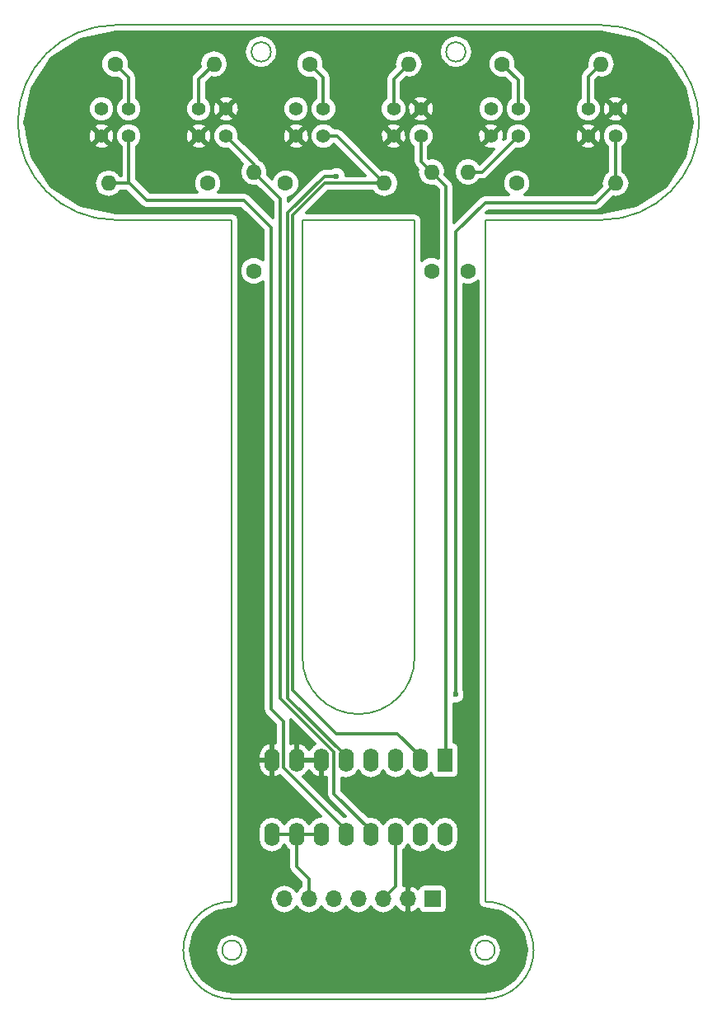
<source format=gbl>
G04 #@! TF.FileFunction,Copper,L2,Bot,Signal*
%FSLAX46Y46*%
G04 Gerber Fmt 4.6, Leading zero omitted, Abs format (unit mm)*
G04 Created by KiCad (PCBNEW 4.0.7) date 07/12/18 19:43:31*
%MOMM*%
%LPD*%
G01*
G04 APERTURE LIST*
%ADD10C,0.100000*%
%ADD11C,0.150000*%
%ADD12C,1.600000*%
%ADD13O,1.600000X1.600000*%
%ADD14R,1.600000X2.400000*%
%ADD15O,1.600000X2.400000*%
%ADD16C,1.400000*%
%ADD17R,1.700000X1.700000*%
%ADD18O,1.700000X1.700000*%
%ADD19C,0.600000*%
%ADD20C,0.500000*%
%ADD21C,0.304800*%
G04 APERTURE END LIST*
D10*
D11*
X48000000Y80000000D02*
X48000000Y10000000D01*
X22000000Y80000000D02*
X22000000Y10000000D01*
X60000000Y80000000D02*
X48000000Y80000000D01*
X10000000Y80000000D02*
X22000000Y80000000D01*
X29250000Y80000000D02*
X40750000Y80000000D01*
X29250000Y35000000D02*
G75*
G03X40750000Y35000000I5750000J0D01*
G01*
X40750000Y80000000D02*
X40750000Y35000000D01*
X29250000Y80000000D02*
X29250000Y35000000D01*
X22000000Y10000000D02*
G75*
G03X22000000Y0I0J-5000000D01*
G01*
X48000000Y10000000D02*
G75*
G02X48000000Y0I0J-5000000D01*
G01*
X22000000Y0D02*
X48000000Y0D01*
X49000000Y5000000D02*
G75*
G03X49000000Y5000000I-1000000J0D01*
G01*
X23000000Y5000000D02*
G75*
G03X23000000Y5000000I-1000000J0D01*
G01*
X10000000Y80000000D02*
G75*
G02X10000000Y100000000I0J10000000D01*
G01*
X60000000Y80000000D02*
G75*
G03X60000000Y100000000I0J10000000D01*
G01*
X10000000Y100000000D02*
X60000000Y100000000D01*
X46000000Y97250000D02*
G75*
G03X46000000Y97250000I-1000000J0D01*
G01*
X26000000Y97250000D02*
G75*
G03X26000000Y97250000I-1000000J0D01*
G01*
D12*
X10000000Y96000000D03*
D13*
X20160000Y96000000D03*
D12*
X19500000Y83750000D03*
D13*
X9340000Y83750000D03*
D12*
X24250000Y74750000D03*
D13*
X24250000Y84910000D03*
D12*
X30000000Y96000000D03*
D13*
X40160000Y96000000D03*
D12*
X27500000Y83750000D03*
D13*
X37660000Y83750000D03*
D12*
X42500000Y74750000D03*
D13*
X42500000Y84910000D03*
D12*
X49750000Y96000000D03*
D13*
X59910000Y96000000D03*
D12*
X46250000Y74750000D03*
D13*
X46250000Y84910000D03*
D12*
X51250000Y83750000D03*
D13*
X61410000Y83750000D03*
D14*
X43890000Y24500000D03*
D15*
X26110000Y16880000D03*
X41350000Y24500000D03*
X28650000Y16880000D03*
X38810000Y24500000D03*
X31190000Y16880000D03*
X36270000Y24500000D03*
X33730000Y16880000D03*
X33730000Y24500000D03*
X36270000Y16880000D03*
X31190000Y24500000D03*
X38810000Y16880000D03*
X28650000Y24500000D03*
X41350000Y16880000D03*
X26110000Y24500000D03*
X43890000Y16880000D03*
D16*
X58600000Y91400000D03*
X61400000Y91400000D03*
X58600000Y88600000D03*
X61400000Y88600000D03*
X48600000Y91400000D03*
X51400000Y91400000D03*
X48600000Y88600000D03*
X51400000Y88600000D03*
X38600000Y91400000D03*
X41400000Y91400000D03*
X38600000Y88600000D03*
X41400000Y88600000D03*
X28600000Y91400000D03*
X31400000Y91400000D03*
X28600000Y88600000D03*
X31400000Y88600000D03*
X18600000Y91400000D03*
X21400000Y91400000D03*
X18600000Y88600000D03*
X21400000Y88600000D03*
X8600000Y91400000D03*
X11400000Y91400000D03*
X8600000Y88600000D03*
X11400000Y88600000D03*
D17*
X42620000Y10250000D03*
D18*
X40080000Y10250000D03*
X37540000Y10250000D03*
X35000000Y10250000D03*
X32460000Y10250000D03*
X29920000Y10250000D03*
X27380000Y10250000D03*
D19*
X55650000Y84900000D03*
X55050000Y94500000D03*
X46550000Y82500000D03*
X40950000Y81800000D03*
X33050000Y81800000D03*
X44850000Y93100000D03*
X35050000Y95300000D03*
X25050000Y93000000D03*
X15050000Y95500000D03*
X4750000Y92800000D03*
X14950000Y85500000D03*
X22750000Y80900000D03*
X11850000Y81000000D03*
X23650000Y71300000D03*
X23750000Y54000000D03*
X23750000Y33000000D03*
X24350000Y20800000D03*
X24550000Y12900000D03*
X26650000Y5200000D03*
X35150000Y5100000D03*
X42750000Y5000000D03*
X30950000Y22000000D03*
X33750000Y21900000D03*
X45950000Y18500000D03*
X45850000Y14300000D03*
X32750000Y84500000D03*
X45000000Y31250000D03*
D20*
X58600000Y88600000D02*
X55050000Y92150000D01*
X55050000Y92150000D02*
X55050000Y94500000D01*
X33050000Y81800000D02*
X40950000Y81800000D01*
X48600000Y88600000D02*
X44850000Y92350000D01*
X44850000Y92350000D02*
X44850000Y93100000D01*
X38600000Y88600000D02*
X35050000Y92150000D01*
X35050000Y92150000D02*
X35050000Y95300000D01*
X28600000Y88600000D02*
X25050000Y92150000D01*
X25050000Y92150000D02*
X25050000Y93000000D01*
X18600000Y88600000D02*
X15050000Y92150000D01*
X15050000Y92150000D02*
X15050000Y95500000D01*
X8600000Y88600000D02*
X4750000Y92450000D01*
X4750000Y92450000D02*
X4750000Y92800000D01*
X11850000Y81000000D02*
X22650000Y81000000D01*
X22650000Y81000000D02*
X22750000Y80900000D01*
X23750000Y33000000D02*
X23750000Y54000000D01*
X24550000Y12900000D02*
X24550000Y20600000D01*
X24550000Y20600000D02*
X24350000Y20800000D01*
X35150000Y5100000D02*
X26750000Y5100000D01*
X26750000Y5100000D02*
X26650000Y5200000D01*
X40080000Y10250000D02*
X40080000Y7670000D01*
X40080000Y7670000D02*
X42750000Y5000000D01*
X45950000Y18500000D02*
X42550000Y21900000D01*
X42550000Y21900000D02*
X33750000Y21900000D01*
X41727919Y13100000D02*
X44650000Y13100000D01*
X44650000Y13100000D02*
X45850000Y14300000D01*
X40080000Y10250000D02*
X40080000Y11452081D01*
X40080000Y11452081D02*
X41727919Y13100000D01*
D21*
X38810000Y16880000D02*
X38810000Y11520000D01*
X38810000Y11520000D02*
X37540000Y10250000D01*
X28650000Y16880000D02*
X28650000Y13600000D01*
X28650000Y13600000D02*
X29920000Y12330000D01*
X29920000Y12330000D02*
X29920000Y10250000D01*
X28650000Y16880000D02*
X29700000Y16880000D01*
X29700000Y16880000D02*
X31190000Y16880000D01*
X26110000Y16880000D02*
X27160000Y16880000D01*
X27160000Y16880000D02*
X28650000Y16880000D01*
X11400000Y91400000D02*
X11400000Y94600000D01*
X11400000Y94600000D02*
X10000000Y96000000D01*
X20160000Y96000000D02*
X18600000Y94440000D01*
X18600000Y94440000D02*
X18600000Y91400000D01*
X11500000Y83750000D02*
X13250000Y82000000D01*
X13250000Y82000000D02*
X23250000Y82000000D01*
X23250000Y82000000D02*
X26000000Y79250000D01*
X26000000Y79250000D02*
X26000000Y29750000D01*
X27262410Y23747590D02*
X33730000Y17280000D01*
X33730000Y17280000D02*
X33730000Y16880000D01*
X26000000Y29750000D02*
X27262410Y28487590D01*
X27262410Y28487590D02*
X27262410Y23747590D01*
X11500000Y83750000D02*
X11400000Y83850000D01*
X11400000Y83850000D02*
X11400000Y88600000D01*
X11500000Y83750000D02*
X9340000Y83750000D01*
X36270000Y17280000D02*
X36270000Y16880000D01*
X32500000Y25363589D02*
X32500000Y21050000D01*
X24250000Y84910000D02*
X26995189Y82164811D01*
X26995189Y30868400D02*
X32500000Y25363589D01*
X32500000Y21050000D02*
X36270000Y17280000D01*
X26995189Y82164811D02*
X26995189Y30868400D01*
X21400000Y88600000D02*
X24250000Y85750000D01*
X24250000Y85750000D02*
X24250000Y84910000D01*
X31400000Y91400000D02*
X31400000Y94600000D01*
X31400000Y94600000D02*
X30000000Y96000000D01*
X38600000Y91400000D02*
X38600000Y94440000D01*
X38600000Y94440000D02*
X40160000Y96000000D01*
X41350000Y24500000D02*
X41350000Y24900000D01*
X41350000Y24900000D02*
X39000000Y27250000D01*
X39000000Y27250000D02*
X32750000Y27250000D01*
X32750000Y27250000D02*
X28250000Y31750000D01*
X28250000Y31750000D02*
X28250000Y80500000D01*
X28250000Y80500000D02*
X31500000Y83750000D01*
X31500000Y83750000D02*
X37660000Y83750000D01*
X31400000Y88600000D02*
X32810000Y88600000D01*
X32810000Y88600000D02*
X37660000Y83750000D01*
X44000000Y25010000D02*
X44000000Y83410000D01*
X44000000Y83410000D02*
X42500000Y84910000D01*
X43890000Y24500000D02*
X43890000Y24900000D01*
X43890000Y24900000D02*
X44000000Y25010000D01*
X41400000Y88600000D02*
X41400000Y86010000D01*
X41400000Y86010000D02*
X42500000Y84910000D01*
X51400000Y91400000D02*
X51400000Y94350000D01*
X51400000Y94350000D02*
X49750000Y96000000D01*
X59910000Y96000000D02*
X58600000Y94690000D01*
X58600000Y94690000D02*
X58600000Y91400000D01*
X33730000Y24500000D02*
X33730000Y24900000D01*
X33730000Y24900000D02*
X27745190Y30884810D01*
X27745190Y30884810D02*
X27745190Y80709100D01*
X32325736Y84500000D02*
X32750000Y84500000D01*
X31536090Y84500000D02*
X32325736Y84500000D01*
X27745190Y80709100D02*
X31536090Y84500000D01*
X51400000Y88600000D02*
X47710000Y84910000D01*
X47710000Y84910000D02*
X46250000Y84910000D01*
X48000000Y81750000D02*
X59410000Y81750000D01*
X59410000Y81750000D02*
X61410000Y83750000D01*
X45000000Y78750000D02*
X48000000Y81750000D01*
X45000000Y31250000D02*
X45000000Y78750000D01*
X61400000Y88600000D02*
X61400000Y83760000D01*
X61400000Y83760000D02*
X61410000Y83750000D01*
G36*
X63539894Y98546064D02*
X66540874Y96540874D01*
X68546064Y93539893D01*
X69250192Y90000000D01*
X68546064Y86460107D01*
X66540874Y83459126D01*
X63539894Y81453936D01*
X59927572Y80735400D01*
X48134873Y80735400D01*
X48336673Y80937200D01*
X59410000Y80937200D01*
X59721045Y80999071D01*
X59984736Y81175264D01*
X61145911Y82336439D01*
X61381389Y82289600D01*
X61438611Y82289600D01*
X61997482Y82400766D01*
X62471270Y82717341D01*
X62787845Y83191129D01*
X62899011Y83750000D01*
X62787845Y84308871D01*
X62471270Y84782659D01*
X62212800Y84955363D01*
X62212800Y87489163D01*
X62552619Y87828389D01*
X62760164Y88328213D01*
X62760636Y88869413D01*
X62553964Y89369598D01*
X62171611Y89752619D01*
X61671787Y89960164D01*
X61130587Y89960636D01*
X60630402Y89753964D01*
X60247381Y89371611D01*
X60039836Y88871787D01*
X60039364Y88330587D01*
X60246036Y87830402D01*
X60587200Y87488642D01*
X60587200Y84942000D01*
X60348730Y84782659D01*
X60032155Y84308871D01*
X59920989Y83750000D01*
X59977322Y83466794D01*
X59073328Y82562800D01*
X52127848Y82562800D01*
X52487345Y82921670D01*
X52710146Y83458234D01*
X52710653Y84039217D01*
X52488789Y84576169D01*
X52078330Y84987345D01*
X51541766Y85210146D01*
X50960783Y85210653D01*
X50423831Y84988789D01*
X50012655Y84578330D01*
X49789854Y84041766D01*
X49789347Y83460783D01*
X50011211Y82923831D01*
X50371612Y82562800D01*
X48000000Y82562800D01*
X47688955Y82500929D01*
X47425264Y82324737D01*
X44812800Y79712272D01*
X44812800Y83410000D01*
X44750929Y83721045D01*
X44724900Y83760000D01*
X44574736Y83984737D01*
X43913561Y84645912D01*
X43960400Y84881389D01*
X43960400Y84938611D01*
X44789600Y84938611D01*
X44789600Y84881389D01*
X44900766Y84322518D01*
X45217341Y83848730D01*
X45691129Y83532155D01*
X46250000Y83420989D01*
X46808871Y83532155D01*
X47282659Y83848730D01*
X47448681Y84097200D01*
X47710000Y84097200D01*
X48021045Y84159071D01*
X48284736Y84335264D01*
X51189255Y87239783D01*
X51669413Y87239364D01*
X52169598Y87446036D01*
X52391047Y87667099D01*
X57810783Y87667099D01*
X57869098Y87421147D01*
X58375862Y87231178D01*
X58916749Y87249599D01*
X59330902Y87421147D01*
X59389217Y87667099D01*
X58600000Y88456316D01*
X57810783Y87667099D01*
X52391047Y87667099D01*
X52552619Y87828389D01*
X52760164Y88328213D01*
X52760596Y88824138D01*
X57231178Y88824138D01*
X57249599Y88283251D01*
X57421147Y87869098D01*
X57667099Y87810783D01*
X58456316Y88600000D01*
X58743684Y88600000D01*
X59532901Y87810783D01*
X59778853Y87869098D01*
X59968822Y88375862D01*
X59950401Y88916749D01*
X59778853Y89330902D01*
X59532901Y89389217D01*
X58743684Y88600000D01*
X58456316Y88600000D01*
X57667099Y89389217D01*
X57421147Y89330902D01*
X57231178Y88824138D01*
X52760596Y88824138D01*
X52760636Y88869413D01*
X52553964Y89369598D01*
X52390946Y89532901D01*
X57810783Y89532901D01*
X58600000Y88743684D01*
X59389217Y89532901D01*
X59330902Y89778853D01*
X58824138Y89968822D01*
X58283251Y89950401D01*
X57869098Y89778853D01*
X57810783Y89532901D01*
X52390946Y89532901D01*
X52171611Y89752619D01*
X51671787Y89960164D01*
X51130587Y89960636D01*
X50630402Y89753964D01*
X50247381Y89371611D01*
X50039836Y88871787D01*
X50039415Y88388887D01*
X49934301Y88283773D01*
X49968822Y88375862D01*
X49950401Y88916749D01*
X49778853Y89330902D01*
X49532901Y89389217D01*
X48743684Y88600000D01*
X48757827Y88585857D01*
X48614143Y88442173D01*
X48600000Y88456316D01*
X47810783Y87667099D01*
X47869098Y87421147D01*
X48375862Y87231178D01*
X48899541Y87249013D01*
X47418499Y85767971D01*
X47282659Y85971270D01*
X46808871Y86287845D01*
X46250000Y86399011D01*
X45691129Y86287845D01*
X45217341Y85971270D01*
X44900766Y85497482D01*
X44789600Y84938611D01*
X43960400Y84938611D01*
X43849234Y85497482D01*
X43532659Y85971270D01*
X43058871Y86287845D01*
X42500000Y86399011D01*
X42216794Y86342678D01*
X42212800Y86346672D01*
X42212800Y87489163D01*
X42552619Y87828389D01*
X42760164Y88328213D01*
X42760596Y88824138D01*
X47231178Y88824138D01*
X47249599Y88283251D01*
X47421147Y87869098D01*
X47667099Y87810783D01*
X48456316Y88600000D01*
X47667099Y89389217D01*
X47421147Y89330902D01*
X47231178Y88824138D01*
X42760596Y88824138D01*
X42760636Y88869413D01*
X42553964Y89369598D01*
X42390946Y89532901D01*
X47810783Y89532901D01*
X48600000Y88743684D01*
X49389217Y89532901D01*
X49330902Y89778853D01*
X48824138Y89968822D01*
X48283251Y89950401D01*
X47869098Y89778853D01*
X47810783Y89532901D01*
X42390946Y89532901D01*
X42171611Y89752619D01*
X41671787Y89960164D01*
X41130587Y89960636D01*
X40630402Y89753964D01*
X40247381Y89371611D01*
X40039836Y88871787D01*
X40039364Y88330587D01*
X40246036Y87830402D01*
X40587200Y87488642D01*
X40587200Y86010000D01*
X40644328Y85722800D01*
X40649071Y85698955D01*
X40825264Y85435264D01*
X41086439Y85174089D01*
X41039600Y84938611D01*
X41039600Y84881389D01*
X41150766Y84322518D01*
X41467341Y83848730D01*
X41941129Y83532155D01*
X42500000Y83420989D01*
X42783206Y83477322D01*
X43187200Y83073327D01*
X43187200Y76045947D01*
X42791766Y76210146D01*
X42210783Y76210653D01*
X41673831Y75988789D01*
X41485400Y75800687D01*
X41485400Y80000000D01*
X41429421Y80281425D01*
X41270006Y80520006D01*
X41031425Y80679421D01*
X40750000Y80735400D01*
X29634872Y80735400D01*
X31836672Y82937200D01*
X36451825Y82937200D01*
X36598730Y82717341D01*
X37072518Y82400766D01*
X37631389Y82289600D01*
X37688611Y82289600D01*
X38247482Y82400766D01*
X38721270Y82717341D01*
X39037845Y83191129D01*
X39149011Y83750000D01*
X39037845Y84308871D01*
X38721270Y84782659D01*
X38247482Y85099234D01*
X37688611Y85210400D01*
X37631389Y85210400D01*
X37395912Y85163561D01*
X34892374Y87667099D01*
X37810783Y87667099D01*
X37869098Y87421147D01*
X38375862Y87231178D01*
X38916749Y87249599D01*
X39330902Y87421147D01*
X39389217Y87667099D01*
X38600000Y88456316D01*
X37810783Y87667099D01*
X34892374Y87667099D01*
X33735335Y88824138D01*
X37231178Y88824138D01*
X37249599Y88283251D01*
X37421147Y87869098D01*
X37667099Y87810783D01*
X38456316Y88600000D01*
X38743684Y88600000D01*
X39532901Y87810783D01*
X39778853Y87869098D01*
X39968822Y88375862D01*
X39950401Y88916749D01*
X39778853Y89330902D01*
X39532901Y89389217D01*
X38743684Y88600000D01*
X38456316Y88600000D01*
X37667099Y89389217D01*
X37421147Y89330902D01*
X37231178Y88824138D01*
X33735335Y88824138D01*
X33384736Y89174736D01*
X33121045Y89350929D01*
X32810000Y89412800D01*
X32510837Y89412800D01*
X32390946Y89532901D01*
X37810783Y89532901D01*
X38600000Y88743684D01*
X39389217Y89532901D01*
X39330902Y89778853D01*
X38824138Y89968822D01*
X38283251Y89950401D01*
X37869098Y89778853D01*
X37810783Y89532901D01*
X32390946Y89532901D01*
X32171611Y89752619D01*
X31671787Y89960164D01*
X31130587Y89960636D01*
X30630402Y89753964D01*
X30247381Y89371611D01*
X30039836Y88871787D01*
X30039364Y88330587D01*
X30246036Y87830402D01*
X30628389Y87447381D01*
X31128213Y87239836D01*
X31669413Y87239364D01*
X32169598Y87446036D01*
X32492326Y87768202D01*
X35697727Y84562800D01*
X33710455Y84562800D01*
X33710566Y84690197D01*
X33564662Y85043312D01*
X33294733Y85313712D01*
X32941873Y85460233D01*
X32559803Y85460566D01*
X32206688Y85314662D01*
X32204823Y85312800D01*
X31536090Y85312800D01*
X31225045Y85250929D01*
X30961353Y85074736D01*
X27807989Y81921371D01*
X27807989Y82164811D01*
X27783216Y82289352D01*
X27789217Y82289347D01*
X28326169Y82511211D01*
X28737345Y82921670D01*
X28960146Y83458234D01*
X28960653Y84039217D01*
X28738789Y84576169D01*
X28328330Y84987345D01*
X27791766Y85210146D01*
X27210783Y85210653D01*
X26673831Y84988789D01*
X26262655Y84578330D01*
X26106707Y84202766D01*
X25663561Y84645912D01*
X25710400Y84881389D01*
X25710400Y84938611D01*
X25599234Y85497482D01*
X25282659Y85971270D01*
X24882065Y86238938D01*
X24824737Y86324736D01*
X23482374Y87667099D01*
X27810783Y87667099D01*
X27869098Y87421147D01*
X28375862Y87231178D01*
X28916749Y87249599D01*
X29330902Y87421147D01*
X29389217Y87667099D01*
X28600000Y88456316D01*
X27810783Y87667099D01*
X23482374Y87667099D01*
X22760217Y88389255D01*
X22760596Y88824138D01*
X27231178Y88824138D01*
X27249599Y88283251D01*
X27421147Y87869098D01*
X27667099Y87810783D01*
X28456316Y88600000D01*
X28743684Y88600000D01*
X29532901Y87810783D01*
X29778853Y87869098D01*
X29968822Y88375862D01*
X29950401Y88916749D01*
X29778853Y89330902D01*
X29532901Y89389217D01*
X28743684Y88600000D01*
X28456316Y88600000D01*
X27667099Y89389217D01*
X27421147Y89330902D01*
X27231178Y88824138D01*
X22760596Y88824138D01*
X22760636Y88869413D01*
X22553964Y89369598D01*
X22390946Y89532901D01*
X27810783Y89532901D01*
X28600000Y88743684D01*
X29389217Y89532901D01*
X29330902Y89778853D01*
X28824138Y89968822D01*
X28283251Y89950401D01*
X27869098Y89778853D01*
X27810783Y89532901D01*
X22390946Y89532901D01*
X22171611Y89752619D01*
X21671787Y89960164D01*
X21130587Y89960636D01*
X20630402Y89753964D01*
X20247381Y89371611D01*
X20039836Y88871787D01*
X20039364Y88330587D01*
X20246036Y87830402D01*
X20628389Y87447381D01*
X21128213Y87239836D01*
X21611113Y87239415D01*
X23081924Y85768604D01*
X22900766Y85497482D01*
X22789600Y84938611D01*
X22789600Y84881389D01*
X22900766Y84322518D01*
X23217341Y83848730D01*
X23691129Y83532155D01*
X24250000Y83420989D01*
X24533206Y83477322D01*
X26182389Y81828138D01*
X26182389Y80217084D01*
X23824736Y82574736D01*
X23561045Y82750929D01*
X23250000Y82812800D01*
X20628285Y82812800D01*
X20737345Y82921670D01*
X20960146Y83458234D01*
X20960653Y84039217D01*
X20738789Y84576169D01*
X20328330Y84987345D01*
X19791766Y85210146D01*
X19210783Y85210653D01*
X18673831Y84988789D01*
X18262655Y84578330D01*
X18039854Y84041766D01*
X18039347Y83460783D01*
X18261211Y82923831D01*
X18372048Y82812800D01*
X13586673Y82812800D01*
X12212800Y84186672D01*
X12212800Y87489163D01*
X12391047Y87667099D01*
X17810783Y87667099D01*
X17869098Y87421147D01*
X18375862Y87231178D01*
X18916749Y87249599D01*
X19330902Y87421147D01*
X19389217Y87667099D01*
X18600000Y88456316D01*
X17810783Y87667099D01*
X12391047Y87667099D01*
X12552619Y87828389D01*
X12760164Y88328213D01*
X12760596Y88824138D01*
X17231178Y88824138D01*
X17249599Y88283251D01*
X17421147Y87869098D01*
X17667099Y87810783D01*
X18456316Y88600000D01*
X18743684Y88600000D01*
X19532901Y87810783D01*
X19778853Y87869098D01*
X19968822Y88375862D01*
X19950401Y88916749D01*
X19778853Y89330902D01*
X19532901Y89389217D01*
X18743684Y88600000D01*
X18456316Y88600000D01*
X17667099Y89389217D01*
X17421147Y89330902D01*
X17231178Y88824138D01*
X12760596Y88824138D01*
X12760636Y88869413D01*
X12553964Y89369598D01*
X12390946Y89532901D01*
X17810783Y89532901D01*
X18600000Y88743684D01*
X19389217Y89532901D01*
X19330902Y89778853D01*
X18824138Y89968822D01*
X18283251Y89950401D01*
X17869098Y89778853D01*
X17810783Y89532901D01*
X12390946Y89532901D01*
X12171611Y89752619D01*
X11671787Y89960164D01*
X11130587Y89960636D01*
X10630402Y89753964D01*
X10247381Y89371611D01*
X10039836Y88871787D01*
X10039364Y88330587D01*
X10246036Y87830402D01*
X10587200Y87488642D01*
X10587200Y84562800D01*
X10548175Y84562800D01*
X10401270Y84782659D01*
X9927482Y85099234D01*
X9368611Y85210400D01*
X9311389Y85210400D01*
X8752518Y85099234D01*
X8278730Y84782659D01*
X7962155Y84308871D01*
X7850989Y83750000D01*
X7962155Y83191129D01*
X8278730Y82717341D01*
X8752518Y82400766D01*
X9311389Y82289600D01*
X9368611Y82289600D01*
X9927482Y82400766D01*
X10401270Y82717341D01*
X10548175Y82937200D01*
X11163328Y82937200D01*
X12675264Y81425263D01*
X12936174Y81250929D01*
X12938955Y81249071D01*
X13250000Y81187200D01*
X22913328Y81187200D01*
X25187200Y78913327D01*
X25187200Y75878285D01*
X25078330Y75987345D01*
X24541766Y76210146D01*
X23960783Y76210653D01*
X23423831Y75988789D01*
X23012655Y75578330D01*
X22789854Y75041766D01*
X22789347Y74460783D01*
X23011211Y73923831D01*
X23421670Y73512655D01*
X23958234Y73289854D01*
X24539217Y73289347D01*
X25076169Y73511211D01*
X25187200Y73622048D01*
X25187200Y29750000D01*
X25228132Y29544224D01*
X25249071Y29438955D01*
X25425264Y29175264D01*
X26449610Y28150917D01*
X26449610Y26320132D01*
X26438253Y26323032D01*
X26211600Y26191309D01*
X26211600Y24601600D01*
X26231600Y24601600D01*
X26231600Y24398400D01*
X26211600Y24398400D01*
X26211600Y22808691D01*
X26438253Y22676968D01*
X26575005Y22711885D01*
X26939910Y22920618D01*
X31101320Y18759207D01*
X30631129Y18665681D01*
X30157341Y18349106D01*
X29920000Y17993900D01*
X29682659Y18349106D01*
X29208871Y18665681D01*
X28650000Y18776847D01*
X28091129Y18665681D01*
X27617341Y18349106D01*
X27380000Y17993900D01*
X27142659Y18349106D01*
X26668871Y18665681D01*
X26110000Y18776847D01*
X25551129Y18665681D01*
X25077341Y18349106D01*
X24760766Y17875318D01*
X24649600Y17316447D01*
X24649600Y16443553D01*
X24760766Y15884682D01*
X25077341Y15410894D01*
X25551129Y15094319D01*
X26110000Y14983153D01*
X26668871Y15094319D01*
X27142659Y15410894D01*
X27380000Y15766100D01*
X27617341Y15410894D01*
X27837200Y15263989D01*
X27837200Y13600000D01*
X27899071Y13288955D01*
X28075264Y13025264D01*
X29107200Y11993327D01*
X29107200Y11518133D01*
X28851986Y11347604D01*
X28650000Y11045311D01*
X28448014Y11347604D01*
X27958005Y11675018D01*
X27380000Y11789990D01*
X26801995Y11675018D01*
X26311986Y11347604D01*
X25984572Y10857595D01*
X25869600Y10279590D01*
X25869600Y10220410D01*
X25984572Y9642405D01*
X26311986Y9152396D01*
X26801995Y8824982D01*
X27380000Y8710010D01*
X27958005Y8824982D01*
X28448014Y9152396D01*
X28650000Y9454689D01*
X28851986Y9152396D01*
X29341995Y8824982D01*
X29920000Y8710010D01*
X30498005Y8824982D01*
X30988014Y9152396D01*
X31190000Y9454689D01*
X31391986Y9152396D01*
X31881995Y8824982D01*
X32460000Y8710010D01*
X33038005Y8824982D01*
X33528014Y9152396D01*
X33730000Y9454689D01*
X33931986Y9152396D01*
X34421995Y8824982D01*
X35000000Y8710010D01*
X35578005Y8824982D01*
X36068014Y9152396D01*
X36270000Y9454689D01*
X36471986Y9152396D01*
X36961995Y8824982D01*
X37540000Y8710010D01*
X38118005Y8824982D01*
X38608014Y9152396D01*
X38811764Y9457329D01*
X38848168Y9375973D01*
X39276411Y8971103D01*
X39743907Y8777468D01*
X39978400Y8908542D01*
X39978400Y10148400D01*
X39958400Y10148400D01*
X39958400Y10351600D01*
X39978400Y10351600D01*
X39978400Y11591458D01*
X40181600Y11591458D01*
X40181600Y10351600D01*
X40201600Y10351600D01*
X40201600Y10148400D01*
X40181600Y10148400D01*
X40181600Y8908542D01*
X40416093Y8777468D01*
X40883589Y8971103D01*
X41132997Y9206898D01*
X41142711Y9155270D01*
X41287346Y8930501D01*
X41508034Y8779712D01*
X41770000Y8726662D01*
X43470000Y8726662D01*
X43714730Y8772711D01*
X43939499Y8917346D01*
X44090288Y9138034D01*
X44143338Y9400000D01*
X44143338Y11100000D01*
X44097289Y11344730D01*
X43952654Y11569499D01*
X43731966Y11720288D01*
X43470000Y11773338D01*
X41770000Y11773338D01*
X41525270Y11727289D01*
X41300501Y11582654D01*
X41149712Y11361966D01*
X41135321Y11290904D01*
X40883589Y11528897D01*
X40416093Y11722532D01*
X40181600Y11591458D01*
X39978400Y11591458D01*
X39743907Y11722532D01*
X39622800Y11672370D01*
X39622800Y15263989D01*
X39842659Y15410894D01*
X40080000Y15766100D01*
X40317341Y15410894D01*
X40791129Y15094319D01*
X41350000Y14983153D01*
X41908871Y15094319D01*
X42382659Y15410894D01*
X42620000Y15766100D01*
X42857341Y15410894D01*
X43331129Y15094319D01*
X43890000Y14983153D01*
X44448871Y15094319D01*
X44922659Y15410894D01*
X45239234Y15884682D01*
X45350400Y16443553D01*
X45350400Y17316447D01*
X45239234Y17875318D01*
X44922659Y18349106D01*
X44448871Y18665681D01*
X43890000Y18776847D01*
X43331129Y18665681D01*
X42857341Y18349106D01*
X42620000Y17993900D01*
X42382659Y18349106D01*
X41908871Y18665681D01*
X41350000Y18776847D01*
X40791129Y18665681D01*
X40317341Y18349106D01*
X40080000Y17993900D01*
X39842659Y18349106D01*
X39368871Y18665681D01*
X38810000Y18776847D01*
X38251129Y18665681D01*
X37777341Y18349106D01*
X37540000Y17993900D01*
X37302659Y18349106D01*
X36828871Y18665681D01*
X36270000Y18776847D01*
X35980258Y18719214D01*
X33312800Y21386672D01*
X33312800Y22686139D01*
X33730000Y22603153D01*
X34288871Y22714319D01*
X34762659Y23030894D01*
X35000000Y23386100D01*
X35237341Y23030894D01*
X35711129Y22714319D01*
X36270000Y22603153D01*
X36828871Y22714319D01*
X37302659Y23030894D01*
X37540000Y23386100D01*
X37777341Y23030894D01*
X38251129Y22714319D01*
X38810000Y22603153D01*
X39368871Y22714319D01*
X39842659Y23030894D01*
X40080000Y23386100D01*
X40317341Y23030894D01*
X40791129Y22714319D01*
X41350000Y22603153D01*
X41908871Y22714319D01*
X42382659Y23030894D01*
X42448700Y23129732D01*
X42462711Y23055270D01*
X42607346Y22830501D01*
X42828034Y22679712D01*
X43090000Y22626662D01*
X44690000Y22626662D01*
X44934730Y22672711D01*
X45159499Y22817346D01*
X45310288Y23038034D01*
X45363338Y23300000D01*
X45363338Y25700000D01*
X45317289Y25944730D01*
X45172654Y26169499D01*
X44951966Y26320288D01*
X44812800Y26348470D01*
X44812800Y30289763D01*
X45190197Y30289434D01*
X45543312Y30435338D01*
X45813712Y30705267D01*
X45960233Y31058127D01*
X45960566Y31440197D01*
X45814662Y31793312D01*
X45812800Y31795177D01*
X45812800Y73350244D01*
X45958234Y73289854D01*
X46539217Y73289347D01*
X47076169Y73511211D01*
X47264600Y73699313D01*
X47264600Y10000000D01*
X47278731Y9928960D01*
X47278731Y9856531D01*
X47306448Y9789617D01*
X47320579Y9718575D01*
X47360821Y9658349D01*
X47388538Y9591434D01*
X47439753Y9540219D01*
X47479994Y9479994D01*
X47540217Y9439754D01*
X47591434Y9388537D01*
X47658353Y9360818D01*
X47718575Y9320579D01*
X47789612Y9306449D01*
X47856531Y9278730D01*
X49626479Y8926666D01*
X51005340Y8005340D01*
X51926666Y6626478D01*
X52250192Y5000000D01*
X51926666Y3373522D01*
X51005340Y1994660D01*
X49626479Y1073334D01*
X47927567Y735400D01*
X22072433Y735400D01*
X20373522Y1073334D01*
X18994660Y1994660D01*
X18073334Y3373521D01*
X17749808Y5000000D01*
X20264600Y5000000D01*
X20396699Y4335891D01*
X20772887Y3772887D01*
X21335891Y3396699D01*
X22000000Y3264600D01*
X22664109Y3396699D01*
X23227113Y3772887D01*
X23603301Y4335891D01*
X23735400Y5000000D01*
X46264600Y5000000D01*
X46396699Y4335891D01*
X46772887Y3772887D01*
X47335891Y3396699D01*
X48000000Y3264600D01*
X48664109Y3396699D01*
X49227113Y3772887D01*
X49603301Y4335891D01*
X49735400Y5000000D01*
X49603301Y5664109D01*
X49227113Y6227113D01*
X48664109Y6603301D01*
X48000000Y6735400D01*
X47335891Y6603301D01*
X46772887Y6227113D01*
X46396699Y5664109D01*
X46264600Y5000000D01*
X23735400Y5000000D01*
X23603301Y5664109D01*
X23227113Y6227113D01*
X22664109Y6603301D01*
X22000000Y6735400D01*
X21335891Y6603301D01*
X20772887Y6227113D01*
X20396699Y5664109D01*
X20264600Y5000000D01*
X17749808Y5000000D01*
X18073334Y6626479D01*
X18994660Y8005340D01*
X20373522Y8926666D01*
X22143469Y9278730D01*
X22210388Y9306449D01*
X22281425Y9320579D01*
X22341647Y9360818D01*
X22408566Y9388537D01*
X22459783Y9439754D01*
X22520006Y9479994D01*
X22560247Y9540219D01*
X22611462Y9591434D01*
X22639179Y9658349D01*
X22679421Y9718575D01*
X22693552Y9789617D01*
X22721269Y9856531D01*
X22721269Y9928960D01*
X22735400Y10000000D01*
X22735400Y24398400D01*
X24649600Y24398400D01*
X24649600Y23998400D01*
X24799647Y23447263D01*
X25149183Y22995499D01*
X25644995Y22711885D01*
X25781747Y22676968D01*
X26008400Y22808691D01*
X26008400Y24398400D01*
X24649600Y24398400D01*
X22735400Y24398400D01*
X22735400Y25001600D01*
X24649600Y25001600D01*
X24649600Y24601600D01*
X26008400Y24601600D01*
X26008400Y26191309D01*
X25781747Y26323032D01*
X25644995Y26288115D01*
X25149183Y26004501D01*
X24799647Y25552737D01*
X24649600Y25001600D01*
X22735400Y25001600D01*
X22735400Y80000000D01*
X22679421Y80281425D01*
X22520006Y80520006D01*
X22281425Y80679421D01*
X22000000Y80735400D01*
X10072433Y80735400D01*
X6460107Y81453936D01*
X3459126Y83459126D01*
X1453936Y86460106D01*
X1213851Y87667099D01*
X7810783Y87667099D01*
X7869098Y87421147D01*
X8375862Y87231178D01*
X8916749Y87249599D01*
X9330902Y87421147D01*
X9389217Y87667099D01*
X8600000Y88456316D01*
X7810783Y87667099D01*
X1213851Y87667099D01*
X983701Y88824138D01*
X7231178Y88824138D01*
X7249599Y88283251D01*
X7421147Y87869098D01*
X7667099Y87810783D01*
X8456316Y88600000D01*
X8743684Y88600000D01*
X9532901Y87810783D01*
X9778853Y87869098D01*
X9968822Y88375862D01*
X9950401Y88916749D01*
X9778853Y89330902D01*
X9532901Y89389217D01*
X8743684Y88600000D01*
X8456316Y88600000D01*
X7667099Y89389217D01*
X7421147Y89330902D01*
X7231178Y88824138D01*
X983701Y88824138D01*
X842719Y89532901D01*
X7810783Y89532901D01*
X8600000Y88743684D01*
X9389217Y89532901D01*
X9330902Y89778853D01*
X8824138Y89968822D01*
X8283251Y89950401D01*
X7869098Y89778853D01*
X7810783Y89532901D01*
X842719Y89532901D01*
X749807Y90000000D01*
X974694Y91130587D01*
X7239364Y91130587D01*
X7446036Y90630402D01*
X7828389Y90247381D01*
X8328213Y90039836D01*
X8869413Y90039364D01*
X9369598Y90246036D01*
X9752619Y90628389D01*
X9960164Y91128213D01*
X9960636Y91669413D01*
X9753964Y92169598D01*
X9371611Y92552619D01*
X8871787Y92760164D01*
X8330587Y92760636D01*
X7830402Y92553964D01*
X7447381Y92171611D01*
X7239836Y91671787D01*
X7239364Y91130587D01*
X974694Y91130587D01*
X1453936Y93539894D01*
X2904477Y95710783D01*
X8539347Y95710783D01*
X8761211Y95173831D01*
X9171670Y94762655D01*
X9708234Y94539854D01*
X10289217Y94539347D01*
X10304759Y94545769D01*
X10587200Y94263328D01*
X10587200Y92510837D01*
X10247381Y92171611D01*
X10039836Y91671787D01*
X10039364Y91130587D01*
X10246036Y90630402D01*
X10628389Y90247381D01*
X11128213Y90039836D01*
X11669413Y90039364D01*
X12169598Y90246036D01*
X12552619Y90628389D01*
X12760164Y91128213D01*
X12760166Y91130587D01*
X17239364Y91130587D01*
X17446036Y90630402D01*
X17828389Y90247381D01*
X18328213Y90039836D01*
X18869413Y90039364D01*
X19369598Y90246036D01*
X19591047Y90467099D01*
X20610783Y90467099D01*
X20669098Y90221147D01*
X21175862Y90031178D01*
X21716749Y90049599D01*
X22130902Y90221147D01*
X22189217Y90467099D01*
X21400000Y91256316D01*
X20610783Y90467099D01*
X19591047Y90467099D01*
X19752619Y90628389D01*
X19960164Y91128213D01*
X19960596Y91624138D01*
X20031178Y91624138D01*
X20049599Y91083251D01*
X20221147Y90669098D01*
X20467099Y90610783D01*
X21256316Y91400000D01*
X21543684Y91400000D01*
X22332901Y90610783D01*
X22578853Y90669098D01*
X22751849Y91130587D01*
X27239364Y91130587D01*
X27446036Y90630402D01*
X27828389Y90247381D01*
X28328213Y90039836D01*
X28869413Y90039364D01*
X29369598Y90246036D01*
X29752619Y90628389D01*
X29960164Y91128213D01*
X29960636Y91669413D01*
X29753964Y92169598D01*
X29371611Y92552619D01*
X28871787Y92760164D01*
X28330587Y92760636D01*
X27830402Y92553964D01*
X27447381Y92171611D01*
X27239836Y91671787D01*
X27239364Y91130587D01*
X22751849Y91130587D01*
X22768822Y91175862D01*
X22750401Y91716749D01*
X22578853Y92130902D01*
X22332901Y92189217D01*
X21543684Y91400000D01*
X21256316Y91400000D01*
X20467099Y92189217D01*
X20221147Y92130902D01*
X20031178Y91624138D01*
X19960596Y91624138D01*
X19960636Y91669413D01*
X19753964Y92169598D01*
X19590946Y92332901D01*
X20610783Y92332901D01*
X21400000Y91543684D01*
X22189217Y92332901D01*
X22130902Y92578853D01*
X21624138Y92768822D01*
X21083251Y92750401D01*
X20669098Y92578853D01*
X20610783Y92332901D01*
X19590946Y92332901D01*
X19412800Y92511358D01*
X19412800Y94103328D01*
X19895912Y94586439D01*
X20131389Y94539600D01*
X20188611Y94539600D01*
X20747482Y94650766D01*
X21221270Y94967341D01*
X21537845Y95441129D01*
X21649011Y96000000D01*
X21537845Y96558871D01*
X21221270Y97032659D01*
X20895997Y97250000D01*
X23264600Y97250000D01*
X23396699Y96585891D01*
X23772887Y96022887D01*
X24335891Y95646699D01*
X25000000Y95514600D01*
X25664109Y95646699D01*
X25760017Y95710783D01*
X28539347Y95710783D01*
X28761211Y95173831D01*
X29171670Y94762655D01*
X29708234Y94539854D01*
X30289217Y94539347D01*
X30304759Y94545769D01*
X30587200Y94263328D01*
X30587200Y92510837D01*
X30247381Y92171611D01*
X30039836Y91671787D01*
X30039364Y91130587D01*
X30246036Y90630402D01*
X30628389Y90247381D01*
X31128213Y90039836D01*
X31669413Y90039364D01*
X32169598Y90246036D01*
X32552619Y90628389D01*
X32760164Y91128213D01*
X32760166Y91130587D01*
X37239364Y91130587D01*
X37446036Y90630402D01*
X37828389Y90247381D01*
X38328213Y90039836D01*
X38869413Y90039364D01*
X39369598Y90246036D01*
X39591047Y90467099D01*
X40610783Y90467099D01*
X40669098Y90221147D01*
X41175862Y90031178D01*
X41716749Y90049599D01*
X42130902Y90221147D01*
X42189217Y90467099D01*
X41400000Y91256316D01*
X40610783Y90467099D01*
X39591047Y90467099D01*
X39752619Y90628389D01*
X39960164Y91128213D01*
X39960596Y91624138D01*
X40031178Y91624138D01*
X40049599Y91083251D01*
X40221147Y90669098D01*
X40467099Y90610783D01*
X41256316Y91400000D01*
X41543684Y91400000D01*
X42332901Y90610783D01*
X42578853Y90669098D01*
X42751849Y91130587D01*
X47239364Y91130587D01*
X47446036Y90630402D01*
X47828389Y90247381D01*
X48328213Y90039836D01*
X48869413Y90039364D01*
X49369598Y90246036D01*
X49752619Y90628389D01*
X49960164Y91128213D01*
X49960636Y91669413D01*
X49753964Y92169598D01*
X49371611Y92552619D01*
X48871787Y92760164D01*
X48330587Y92760636D01*
X47830402Y92553964D01*
X47447381Y92171611D01*
X47239836Y91671787D01*
X47239364Y91130587D01*
X42751849Y91130587D01*
X42768822Y91175862D01*
X42750401Y91716749D01*
X42578853Y92130902D01*
X42332901Y92189217D01*
X41543684Y91400000D01*
X41256316Y91400000D01*
X40467099Y92189217D01*
X40221147Y92130902D01*
X40031178Y91624138D01*
X39960596Y91624138D01*
X39960636Y91669413D01*
X39753964Y92169598D01*
X39590946Y92332901D01*
X40610783Y92332901D01*
X41400000Y91543684D01*
X42189217Y92332901D01*
X42130902Y92578853D01*
X41624138Y92768822D01*
X41083251Y92750401D01*
X40669098Y92578853D01*
X40610783Y92332901D01*
X39590946Y92332901D01*
X39412800Y92511358D01*
X39412800Y94103328D01*
X39895912Y94586439D01*
X40131389Y94539600D01*
X40188611Y94539600D01*
X40747482Y94650766D01*
X41221270Y94967341D01*
X41537845Y95441129D01*
X41649011Y96000000D01*
X41537845Y96558871D01*
X41221270Y97032659D01*
X40895997Y97250000D01*
X43264600Y97250000D01*
X43396699Y96585891D01*
X43772887Y96022887D01*
X44335891Y95646699D01*
X45000000Y95514600D01*
X45664109Y95646699D01*
X45760017Y95710783D01*
X48289347Y95710783D01*
X48511211Y95173831D01*
X48921670Y94762655D01*
X49458234Y94539854D01*
X50039217Y94539347D01*
X50054759Y94545769D01*
X50587200Y94013327D01*
X50587200Y92510837D01*
X50247381Y92171611D01*
X50039836Y91671787D01*
X50039364Y91130587D01*
X50246036Y90630402D01*
X50628389Y90247381D01*
X51128213Y90039836D01*
X51669413Y90039364D01*
X52169598Y90246036D01*
X52552619Y90628389D01*
X52760164Y91128213D01*
X52760166Y91130587D01*
X57239364Y91130587D01*
X57446036Y90630402D01*
X57828389Y90247381D01*
X58328213Y90039836D01*
X58869413Y90039364D01*
X59369598Y90246036D01*
X59591047Y90467099D01*
X60610783Y90467099D01*
X60669098Y90221147D01*
X61175862Y90031178D01*
X61716749Y90049599D01*
X62130902Y90221147D01*
X62189217Y90467099D01*
X61400000Y91256316D01*
X60610783Y90467099D01*
X59591047Y90467099D01*
X59752619Y90628389D01*
X59960164Y91128213D01*
X59960596Y91624138D01*
X60031178Y91624138D01*
X60049599Y91083251D01*
X60221147Y90669098D01*
X60467099Y90610783D01*
X61256316Y91400000D01*
X61543684Y91400000D01*
X62332901Y90610783D01*
X62578853Y90669098D01*
X62768822Y91175862D01*
X62750401Y91716749D01*
X62578853Y92130902D01*
X62332901Y92189217D01*
X61543684Y91400000D01*
X61256316Y91400000D01*
X60467099Y92189217D01*
X60221147Y92130902D01*
X60031178Y91624138D01*
X59960596Y91624138D01*
X59960636Y91669413D01*
X59753964Y92169598D01*
X59590946Y92332901D01*
X60610783Y92332901D01*
X61400000Y91543684D01*
X62189217Y92332901D01*
X62130902Y92578853D01*
X61624138Y92768822D01*
X61083251Y92750401D01*
X60669098Y92578853D01*
X60610783Y92332901D01*
X59590946Y92332901D01*
X59412800Y92511358D01*
X59412800Y94353328D01*
X59645912Y94586439D01*
X59881389Y94539600D01*
X59938611Y94539600D01*
X60497482Y94650766D01*
X60971270Y94967341D01*
X61287845Y95441129D01*
X61399011Y96000000D01*
X61287845Y96558871D01*
X60971270Y97032659D01*
X60497482Y97349234D01*
X59938611Y97460400D01*
X59881389Y97460400D01*
X59322518Y97349234D01*
X58848730Y97032659D01*
X58532155Y96558871D01*
X58420989Y96000000D01*
X58477322Y95716794D01*
X58025264Y95264736D01*
X57849071Y95001045D01*
X57787200Y94690000D01*
X57787200Y92510837D01*
X57447381Y92171611D01*
X57239836Y91671787D01*
X57239364Y91130587D01*
X52760166Y91130587D01*
X52760636Y91669413D01*
X52553964Y92169598D01*
X52212800Y92511358D01*
X52212800Y94350000D01*
X52150929Y94661045D01*
X52084000Y94761211D01*
X51974736Y94924737D01*
X51204598Y95694874D01*
X51210146Y95708234D01*
X51210653Y96289217D01*
X50988789Y96826169D01*
X50578330Y97237345D01*
X50041766Y97460146D01*
X49460783Y97460653D01*
X48923831Y97238789D01*
X48512655Y96828330D01*
X48289854Y96291766D01*
X48289347Y95710783D01*
X45760017Y95710783D01*
X46227113Y96022887D01*
X46603301Y96585891D01*
X46735400Y97250000D01*
X46603301Y97914109D01*
X46227113Y98477113D01*
X45664109Y98853301D01*
X45000000Y98985400D01*
X44335891Y98853301D01*
X43772887Y98477113D01*
X43396699Y97914109D01*
X43264600Y97250000D01*
X40895997Y97250000D01*
X40747482Y97349234D01*
X40188611Y97460400D01*
X40131389Y97460400D01*
X39572518Y97349234D01*
X39098730Y97032659D01*
X38782155Y96558871D01*
X38670989Y96000000D01*
X38727322Y95716794D01*
X38025264Y95014736D01*
X37849071Y94751045D01*
X37787200Y94440000D01*
X37787200Y92510837D01*
X37447381Y92171611D01*
X37239836Y91671787D01*
X37239364Y91130587D01*
X32760166Y91130587D01*
X32760636Y91669413D01*
X32553964Y92169598D01*
X32212800Y92511358D01*
X32212800Y94600000D01*
X32150929Y94911045D01*
X31974736Y95174736D01*
X31454598Y95694874D01*
X31460146Y95708234D01*
X31460653Y96289217D01*
X31238789Y96826169D01*
X30828330Y97237345D01*
X30291766Y97460146D01*
X29710783Y97460653D01*
X29173831Y97238789D01*
X28762655Y96828330D01*
X28539854Y96291766D01*
X28539347Y95710783D01*
X25760017Y95710783D01*
X26227113Y96022887D01*
X26603301Y96585891D01*
X26735400Y97250000D01*
X26603301Y97914109D01*
X26227113Y98477113D01*
X25664109Y98853301D01*
X25000000Y98985400D01*
X24335891Y98853301D01*
X23772887Y98477113D01*
X23396699Y97914109D01*
X23264600Y97250000D01*
X20895997Y97250000D01*
X20747482Y97349234D01*
X20188611Y97460400D01*
X20131389Y97460400D01*
X19572518Y97349234D01*
X19098730Y97032659D01*
X18782155Y96558871D01*
X18670989Y96000000D01*
X18727322Y95716794D01*
X18025264Y95014736D01*
X17849071Y94751045D01*
X17787200Y94440000D01*
X17787200Y92510837D01*
X17447381Y92171611D01*
X17239836Y91671787D01*
X17239364Y91130587D01*
X12760166Y91130587D01*
X12760636Y91669413D01*
X12553964Y92169598D01*
X12212800Y92511358D01*
X12212800Y94600000D01*
X12150929Y94911045D01*
X11974736Y95174736D01*
X11454598Y95694874D01*
X11460146Y95708234D01*
X11460653Y96289217D01*
X11238789Y96826169D01*
X10828330Y97237345D01*
X10291766Y97460146D01*
X9710783Y97460653D01*
X9173831Y97238789D01*
X8762655Y96828330D01*
X8539854Y96291766D01*
X8539347Y95710783D01*
X2904477Y95710783D01*
X3459126Y96540874D01*
X6460107Y98546064D01*
X10072433Y99264600D01*
X59927572Y99264600D01*
X63539894Y98546064D01*
X63539894Y98546064D01*
G37*
X63539894Y98546064D02*
X66540874Y96540874D01*
X68546064Y93539893D01*
X69250192Y90000000D01*
X68546064Y86460107D01*
X66540874Y83459126D01*
X63539894Y81453936D01*
X59927572Y80735400D01*
X48134873Y80735400D01*
X48336673Y80937200D01*
X59410000Y80937200D01*
X59721045Y80999071D01*
X59984736Y81175264D01*
X61145911Y82336439D01*
X61381389Y82289600D01*
X61438611Y82289600D01*
X61997482Y82400766D01*
X62471270Y82717341D01*
X62787845Y83191129D01*
X62899011Y83750000D01*
X62787845Y84308871D01*
X62471270Y84782659D01*
X62212800Y84955363D01*
X62212800Y87489163D01*
X62552619Y87828389D01*
X62760164Y88328213D01*
X62760636Y88869413D01*
X62553964Y89369598D01*
X62171611Y89752619D01*
X61671787Y89960164D01*
X61130587Y89960636D01*
X60630402Y89753964D01*
X60247381Y89371611D01*
X60039836Y88871787D01*
X60039364Y88330587D01*
X60246036Y87830402D01*
X60587200Y87488642D01*
X60587200Y84942000D01*
X60348730Y84782659D01*
X60032155Y84308871D01*
X59920989Y83750000D01*
X59977322Y83466794D01*
X59073328Y82562800D01*
X52127848Y82562800D01*
X52487345Y82921670D01*
X52710146Y83458234D01*
X52710653Y84039217D01*
X52488789Y84576169D01*
X52078330Y84987345D01*
X51541766Y85210146D01*
X50960783Y85210653D01*
X50423831Y84988789D01*
X50012655Y84578330D01*
X49789854Y84041766D01*
X49789347Y83460783D01*
X50011211Y82923831D01*
X50371612Y82562800D01*
X48000000Y82562800D01*
X47688955Y82500929D01*
X47425264Y82324737D01*
X44812800Y79712272D01*
X44812800Y83410000D01*
X44750929Y83721045D01*
X44724900Y83760000D01*
X44574736Y83984737D01*
X43913561Y84645912D01*
X43960400Y84881389D01*
X43960400Y84938611D01*
X44789600Y84938611D01*
X44789600Y84881389D01*
X44900766Y84322518D01*
X45217341Y83848730D01*
X45691129Y83532155D01*
X46250000Y83420989D01*
X46808871Y83532155D01*
X47282659Y83848730D01*
X47448681Y84097200D01*
X47710000Y84097200D01*
X48021045Y84159071D01*
X48284736Y84335264D01*
X51189255Y87239783D01*
X51669413Y87239364D01*
X52169598Y87446036D01*
X52391047Y87667099D01*
X57810783Y87667099D01*
X57869098Y87421147D01*
X58375862Y87231178D01*
X58916749Y87249599D01*
X59330902Y87421147D01*
X59389217Y87667099D01*
X58600000Y88456316D01*
X57810783Y87667099D01*
X52391047Y87667099D01*
X52552619Y87828389D01*
X52760164Y88328213D01*
X52760596Y88824138D01*
X57231178Y88824138D01*
X57249599Y88283251D01*
X57421147Y87869098D01*
X57667099Y87810783D01*
X58456316Y88600000D01*
X58743684Y88600000D01*
X59532901Y87810783D01*
X59778853Y87869098D01*
X59968822Y88375862D01*
X59950401Y88916749D01*
X59778853Y89330902D01*
X59532901Y89389217D01*
X58743684Y88600000D01*
X58456316Y88600000D01*
X57667099Y89389217D01*
X57421147Y89330902D01*
X57231178Y88824138D01*
X52760596Y88824138D01*
X52760636Y88869413D01*
X52553964Y89369598D01*
X52390946Y89532901D01*
X57810783Y89532901D01*
X58600000Y88743684D01*
X59389217Y89532901D01*
X59330902Y89778853D01*
X58824138Y89968822D01*
X58283251Y89950401D01*
X57869098Y89778853D01*
X57810783Y89532901D01*
X52390946Y89532901D01*
X52171611Y89752619D01*
X51671787Y89960164D01*
X51130587Y89960636D01*
X50630402Y89753964D01*
X50247381Y89371611D01*
X50039836Y88871787D01*
X50039415Y88388887D01*
X49934301Y88283773D01*
X49968822Y88375862D01*
X49950401Y88916749D01*
X49778853Y89330902D01*
X49532901Y89389217D01*
X48743684Y88600000D01*
X48757827Y88585857D01*
X48614143Y88442173D01*
X48600000Y88456316D01*
X47810783Y87667099D01*
X47869098Y87421147D01*
X48375862Y87231178D01*
X48899541Y87249013D01*
X47418499Y85767971D01*
X47282659Y85971270D01*
X46808871Y86287845D01*
X46250000Y86399011D01*
X45691129Y86287845D01*
X45217341Y85971270D01*
X44900766Y85497482D01*
X44789600Y84938611D01*
X43960400Y84938611D01*
X43849234Y85497482D01*
X43532659Y85971270D01*
X43058871Y86287845D01*
X42500000Y86399011D01*
X42216794Y86342678D01*
X42212800Y86346672D01*
X42212800Y87489163D01*
X42552619Y87828389D01*
X42760164Y88328213D01*
X42760596Y88824138D01*
X47231178Y88824138D01*
X47249599Y88283251D01*
X47421147Y87869098D01*
X47667099Y87810783D01*
X48456316Y88600000D01*
X47667099Y89389217D01*
X47421147Y89330902D01*
X47231178Y88824138D01*
X42760596Y88824138D01*
X42760636Y88869413D01*
X42553964Y89369598D01*
X42390946Y89532901D01*
X47810783Y89532901D01*
X48600000Y88743684D01*
X49389217Y89532901D01*
X49330902Y89778853D01*
X48824138Y89968822D01*
X48283251Y89950401D01*
X47869098Y89778853D01*
X47810783Y89532901D01*
X42390946Y89532901D01*
X42171611Y89752619D01*
X41671787Y89960164D01*
X41130587Y89960636D01*
X40630402Y89753964D01*
X40247381Y89371611D01*
X40039836Y88871787D01*
X40039364Y88330587D01*
X40246036Y87830402D01*
X40587200Y87488642D01*
X40587200Y86010000D01*
X40644328Y85722800D01*
X40649071Y85698955D01*
X40825264Y85435264D01*
X41086439Y85174089D01*
X41039600Y84938611D01*
X41039600Y84881389D01*
X41150766Y84322518D01*
X41467341Y83848730D01*
X41941129Y83532155D01*
X42500000Y83420989D01*
X42783206Y83477322D01*
X43187200Y83073327D01*
X43187200Y76045947D01*
X42791766Y76210146D01*
X42210783Y76210653D01*
X41673831Y75988789D01*
X41485400Y75800687D01*
X41485400Y80000000D01*
X41429421Y80281425D01*
X41270006Y80520006D01*
X41031425Y80679421D01*
X40750000Y80735400D01*
X29634872Y80735400D01*
X31836672Y82937200D01*
X36451825Y82937200D01*
X36598730Y82717341D01*
X37072518Y82400766D01*
X37631389Y82289600D01*
X37688611Y82289600D01*
X38247482Y82400766D01*
X38721270Y82717341D01*
X39037845Y83191129D01*
X39149011Y83750000D01*
X39037845Y84308871D01*
X38721270Y84782659D01*
X38247482Y85099234D01*
X37688611Y85210400D01*
X37631389Y85210400D01*
X37395912Y85163561D01*
X34892374Y87667099D01*
X37810783Y87667099D01*
X37869098Y87421147D01*
X38375862Y87231178D01*
X38916749Y87249599D01*
X39330902Y87421147D01*
X39389217Y87667099D01*
X38600000Y88456316D01*
X37810783Y87667099D01*
X34892374Y87667099D01*
X33735335Y88824138D01*
X37231178Y88824138D01*
X37249599Y88283251D01*
X37421147Y87869098D01*
X37667099Y87810783D01*
X38456316Y88600000D01*
X38743684Y88600000D01*
X39532901Y87810783D01*
X39778853Y87869098D01*
X39968822Y88375862D01*
X39950401Y88916749D01*
X39778853Y89330902D01*
X39532901Y89389217D01*
X38743684Y88600000D01*
X38456316Y88600000D01*
X37667099Y89389217D01*
X37421147Y89330902D01*
X37231178Y88824138D01*
X33735335Y88824138D01*
X33384736Y89174736D01*
X33121045Y89350929D01*
X32810000Y89412800D01*
X32510837Y89412800D01*
X32390946Y89532901D01*
X37810783Y89532901D01*
X38600000Y88743684D01*
X39389217Y89532901D01*
X39330902Y89778853D01*
X38824138Y89968822D01*
X38283251Y89950401D01*
X37869098Y89778853D01*
X37810783Y89532901D01*
X32390946Y89532901D01*
X32171611Y89752619D01*
X31671787Y89960164D01*
X31130587Y89960636D01*
X30630402Y89753964D01*
X30247381Y89371611D01*
X30039836Y88871787D01*
X30039364Y88330587D01*
X30246036Y87830402D01*
X30628389Y87447381D01*
X31128213Y87239836D01*
X31669413Y87239364D01*
X32169598Y87446036D01*
X32492326Y87768202D01*
X35697727Y84562800D01*
X33710455Y84562800D01*
X33710566Y84690197D01*
X33564662Y85043312D01*
X33294733Y85313712D01*
X32941873Y85460233D01*
X32559803Y85460566D01*
X32206688Y85314662D01*
X32204823Y85312800D01*
X31536090Y85312800D01*
X31225045Y85250929D01*
X30961353Y85074736D01*
X27807989Y81921371D01*
X27807989Y82164811D01*
X27783216Y82289352D01*
X27789217Y82289347D01*
X28326169Y82511211D01*
X28737345Y82921670D01*
X28960146Y83458234D01*
X28960653Y84039217D01*
X28738789Y84576169D01*
X28328330Y84987345D01*
X27791766Y85210146D01*
X27210783Y85210653D01*
X26673831Y84988789D01*
X26262655Y84578330D01*
X26106707Y84202766D01*
X25663561Y84645912D01*
X25710400Y84881389D01*
X25710400Y84938611D01*
X25599234Y85497482D01*
X25282659Y85971270D01*
X24882065Y86238938D01*
X24824737Y86324736D01*
X23482374Y87667099D01*
X27810783Y87667099D01*
X27869098Y87421147D01*
X28375862Y87231178D01*
X28916749Y87249599D01*
X29330902Y87421147D01*
X29389217Y87667099D01*
X28600000Y88456316D01*
X27810783Y87667099D01*
X23482374Y87667099D01*
X22760217Y88389255D01*
X22760596Y88824138D01*
X27231178Y88824138D01*
X27249599Y88283251D01*
X27421147Y87869098D01*
X27667099Y87810783D01*
X28456316Y88600000D01*
X28743684Y88600000D01*
X29532901Y87810783D01*
X29778853Y87869098D01*
X29968822Y88375862D01*
X29950401Y88916749D01*
X29778853Y89330902D01*
X29532901Y89389217D01*
X28743684Y88600000D01*
X28456316Y88600000D01*
X27667099Y89389217D01*
X27421147Y89330902D01*
X27231178Y88824138D01*
X22760596Y88824138D01*
X22760636Y88869413D01*
X22553964Y89369598D01*
X22390946Y89532901D01*
X27810783Y89532901D01*
X28600000Y88743684D01*
X29389217Y89532901D01*
X29330902Y89778853D01*
X28824138Y89968822D01*
X28283251Y89950401D01*
X27869098Y89778853D01*
X27810783Y89532901D01*
X22390946Y89532901D01*
X22171611Y89752619D01*
X21671787Y89960164D01*
X21130587Y89960636D01*
X20630402Y89753964D01*
X20247381Y89371611D01*
X20039836Y88871787D01*
X20039364Y88330587D01*
X20246036Y87830402D01*
X20628389Y87447381D01*
X21128213Y87239836D01*
X21611113Y87239415D01*
X23081924Y85768604D01*
X22900766Y85497482D01*
X22789600Y84938611D01*
X22789600Y84881389D01*
X22900766Y84322518D01*
X23217341Y83848730D01*
X23691129Y83532155D01*
X24250000Y83420989D01*
X24533206Y83477322D01*
X26182389Y81828138D01*
X26182389Y80217084D01*
X23824736Y82574736D01*
X23561045Y82750929D01*
X23250000Y82812800D01*
X20628285Y82812800D01*
X20737345Y82921670D01*
X20960146Y83458234D01*
X20960653Y84039217D01*
X20738789Y84576169D01*
X20328330Y84987345D01*
X19791766Y85210146D01*
X19210783Y85210653D01*
X18673831Y84988789D01*
X18262655Y84578330D01*
X18039854Y84041766D01*
X18039347Y83460783D01*
X18261211Y82923831D01*
X18372048Y82812800D01*
X13586673Y82812800D01*
X12212800Y84186672D01*
X12212800Y87489163D01*
X12391047Y87667099D01*
X17810783Y87667099D01*
X17869098Y87421147D01*
X18375862Y87231178D01*
X18916749Y87249599D01*
X19330902Y87421147D01*
X19389217Y87667099D01*
X18600000Y88456316D01*
X17810783Y87667099D01*
X12391047Y87667099D01*
X12552619Y87828389D01*
X12760164Y88328213D01*
X12760596Y88824138D01*
X17231178Y88824138D01*
X17249599Y88283251D01*
X17421147Y87869098D01*
X17667099Y87810783D01*
X18456316Y88600000D01*
X18743684Y88600000D01*
X19532901Y87810783D01*
X19778853Y87869098D01*
X19968822Y88375862D01*
X19950401Y88916749D01*
X19778853Y89330902D01*
X19532901Y89389217D01*
X18743684Y88600000D01*
X18456316Y88600000D01*
X17667099Y89389217D01*
X17421147Y89330902D01*
X17231178Y88824138D01*
X12760596Y88824138D01*
X12760636Y88869413D01*
X12553964Y89369598D01*
X12390946Y89532901D01*
X17810783Y89532901D01*
X18600000Y88743684D01*
X19389217Y89532901D01*
X19330902Y89778853D01*
X18824138Y89968822D01*
X18283251Y89950401D01*
X17869098Y89778853D01*
X17810783Y89532901D01*
X12390946Y89532901D01*
X12171611Y89752619D01*
X11671787Y89960164D01*
X11130587Y89960636D01*
X10630402Y89753964D01*
X10247381Y89371611D01*
X10039836Y88871787D01*
X10039364Y88330587D01*
X10246036Y87830402D01*
X10587200Y87488642D01*
X10587200Y84562800D01*
X10548175Y84562800D01*
X10401270Y84782659D01*
X9927482Y85099234D01*
X9368611Y85210400D01*
X9311389Y85210400D01*
X8752518Y85099234D01*
X8278730Y84782659D01*
X7962155Y84308871D01*
X7850989Y83750000D01*
X7962155Y83191129D01*
X8278730Y82717341D01*
X8752518Y82400766D01*
X9311389Y82289600D01*
X9368611Y82289600D01*
X9927482Y82400766D01*
X10401270Y82717341D01*
X10548175Y82937200D01*
X11163328Y82937200D01*
X12675264Y81425263D01*
X12936174Y81250929D01*
X12938955Y81249071D01*
X13250000Y81187200D01*
X22913328Y81187200D01*
X25187200Y78913327D01*
X25187200Y75878285D01*
X25078330Y75987345D01*
X24541766Y76210146D01*
X23960783Y76210653D01*
X23423831Y75988789D01*
X23012655Y75578330D01*
X22789854Y75041766D01*
X22789347Y74460783D01*
X23011211Y73923831D01*
X23421670Y73512655D01*
X23958234Y73289854D01*
X24539217Y73289347D01*
X25076169Y73511211D01*
X25187200Y73622048D01*
X25187200Y29750000D01*
X25228132Y29544224D01*
X25249071Y29438955D01*
X25425264Y29175264D01*
X26449610Y28150917D01*
X26449610Y26320132D01*
X26438253Y26323032D01*
X26211600Y26191309D01*
X26211600Y24601600D01*
X26231600Y24601600D01*
X26231600Y24398400D01*
X26211600Y24398400D01*
X26211600Y22808691D01*
X26438253Y22676968D01*
X26575005Y22711885D01*
X26939910Y22920618D01*
X31101320Y18759207D01*
X30631129Y18665681D01*
X30157341Y18349106D01*
X29920000Y17993900D01*
X29682659Y18349106D01*
X29208871Y18665681D01*
X28650000Y18776847D01*
X28091129Y18665681D01*
X27617341Y18349106D01*
X27380000Y17993900D01*
X27142659Y18349106D01*
X26668871Y18665681D01*
X26110000Y18776847D01*
X25551129Y18665681D01*
X25077341Y18349106D01*
X24760766Y17875318D01*
X24649600Y17316447D01*
X24649600Y16443553D01*
X24760766Y15884682D01*
X25077341Y15410894D01*
X25551129Y15094319D01*
X26110000Y14983153D01*
X26668871Y15094319D01*
X27142659Y15410894D01*
X27380000Y15766100D01*
X27617341Y15410894D01*
X27837200Y15263989D01*
X27837200Y13600000D01*
X27899071Y13288955D01*
X28075264Y13025264D01*
X29107200Y11993327D01*
X29107200Y11518133D01*
X28851986Y11347604D01*
X28650000Y11045311D01*
X28448014Y11347604D01*
X27958005Y11675018D01*
X27380000Y11789990D01*
X26801995Y11675018D01*
X26311986Y11347604D01*
X25984572Y10857595D01*
X25869600Y10279590D01*
X25869600Y10220410D01*
X25984572Y9642405D01*
X26311986Y9152396D01*
X26801995Y8824982D01*
X27380000Y8710010D01*
X27958005Y8824982D01*
X28448014Y9152396D01*
X28650000Y9454689D01*
X28851986Y9152396D01*
X29341995Y8824982D01*
X29920000Y8710010D01*
X30498005Y8824982D01*
X30988014Y9152396D01*
X31190000Y9454689D01*
X31391986Y9152396D01*
X31881995Y8824982D01*
X32460000Y8710010D01*
X33038005Y8824982D01*
X33528014Y9152396D01*
X33730000Y9454689D01*
X33931986Y9152396D01*
X34421995Y8824982D01*
X35000000Y8710010D01*
X35578005Y8824982D01*
X36068014Y9152396D01*
X36270000Y9454689D01*
X36471986Y9152396D01*
X36961995Y8824982D01*
X37540000Y8710010D01*
X38118005Y8824982D01*
X38608014Y9152396D01*
X38811764Y9457329D01*
X38848168Y9375973D01*
X39276411Y8971103D01*
X39743907Y8777468D01*
X39978400Y8908542D01*
X39978400Y10148400D01*
X39958400Y10148400D01*
X39958400Y10351600D01*
X39978400Y10351600D01*
X39978400Y11591458D01*
X40181600Y11591458D01*
X40181600Y10351600D01*
X40201600Y10351600D01*
X40201600Y10148400D01*
X40181600Y10148400D01*
X40181600Y8908542D01*
X40416093Y8777468D01*
X40883589Y8971103D01*
X41132997Y9206898D01*
X41142711Y9155270D01*
X41287346Y8930501D01*
X41508034Y8779712D01*
X41770000Y8726662D01*
X43470000Y8726662D01*
X43714730Y8772711D01*
X43939499Y8917346D01*
X44090288Y9138034D01*
X44143338Y9400000D01*
X44143338Y11100000D01*
X44097289Y11344730D01*
X43952654Y11569499D01*
X43731966Y11720288D01*
X43470000Y11773338D01*
X41770000Y11773338D01*
X41525270Y11727289D01*
X41300501Y11582654D01*
X41149712Y11361966D01*
X41135321Y11290904D01*
X40883589Y11528897D01*
X40416093Y11722532D01*
X40181600Y11591458D01*
X39978400Y11591458D01*
X39743907Y11722532D01*
X39622800Y11672370D01*
X39622800Y15263989D01*
X39842659Y15410894D01*
X40080000Y15766100D01*
X40317341Y15410894D01*
X40791129Y15094319D01*
X41350000Y14983153D01*
X41908871Y15094319D01*
X42382659Y15410894D01*
X42620000Y15766100D01*
X42857341Y15410894D01*
X43331129Y15094319D01*
X43890000Y14983153D01*
X44448871Y15094319D01*
X44922659Y15410894D01*
X45239234Y15884682D01*
X45350400Y16443553D01*
X45350400Y17316447D01*
X45239234Y17875318D01*
X44922659Y18349106D01*
X44448871Y18665681D01*
X43890000Y18776847D01*
X43331129Y18665681D01*
X42857341Y18349106D01*
X42620000Y17993900D01*
X42382659Y18349106D01*
X41908871Y18665681D01*
X41350000Y18776847D01*
X40791129Y18665681D01*
X40317341Y18349106D01*
X40080000Y17993900D01*
X39842659Y18349106D01*
X39368871Y18665681D01*
X38810000Y18776847D01*
X38251129Y18665681D01*
X37777341Y18349106D01*
X37540000Y17993900D01*
X37302659Y18349106D01*
X36828871Y18665681D01*
X36270000Y18776847D01*
X35980258Y18719214D01*
X33312800Y21386672D01*
X33312800Y22686139D01*
X33730000Y22603153D01*
X34288871Y22714319D01*
X34762659Y23030894D01*
X35000000Y23386100D01*
X35237341Y23030894D01*
X35711129Y22714319D01*
X36270000Y22603153D01*
X36828871Y22714319D01*
X37302659Y23030894D01*
X37540000Y23386100D01*
X37777341Y23030894D01*
X38251129Y22714319D01*
X38810000Y22603153D01*
X39368871Y22714319D01*
X39842659Y23030894D01*
X40080000Y23386100D01*
X40317341Y23030894D01*
X40791129Y22714319D01*
X41350000Y22603153D01*
X41908871Y22714319D01*
X42382659Y23030894D01*
X42448700Y23129732D01*
X42462711Y23055270D01*
X42607346Y22830501D01*
X42828034Y22679712D01*
X43090000Y22626662D01*
X44690000Y22626662D01*
X44934730Y22672711D01*
X45159499Y22817346D01*
X45310288Y23038034D01*
X45363338Y23300000D01*
X45363338Y25700000D01*
X45317289Y25944730D01*
X45172654Y26169499D01*
X44951966Y26320288D01*
X44812800Y26348470D01*
X44812800Y30289763D01*
X45190197Y30289434D01*
X45543312Y30435338D01*
X45813712Y30705267D01*
X45960233Y31058127D01*
X45960566Y31440197D01*
X45814662Y31793312D01*
X45812800Y31795177D01*
X45812800Y73350244D01*
X45958234Y73289854D01*
X46539217Y73289347D01*
X47076169Y73511211D01*
X47264600Y73699313D01*
X47264600Y10000000D01*
X47278731Y9928960D01*
X47278731Y9856531D01*
X47306448Y9789617D01*
X47320579Y9718575D01*
X47360821Y9658349D01*
X47388538Y9591434D01*
X47439753Y9540219D01*
X47479994Y9479994D01*
X47540217Y9439754D01*
X47591434Y9388537D01*
X47658353Y9360818D01*
X47718575Y9320579D01*
X47789612Y9306449D01*
X47856531Y9278730D01*
X49626479Y8926666D01*
X51005340Y8005340D01*
X51926666Y6626478D01*
X52250192Y5000000D01*
X51926666Y3373522D01*
X51005340Y1994660D01*
X49626479Y1073334D01*
X47927567Y735400D01*
X22072433Y735400D01*
X20373522Y1073334D01*
X18994660Y1994660D01*
X18073334Y3373521D01*
X17749808Y5000000D01*
X20264600Y5000000D01*
X20396699Y4335891D01*
X20772887Y3772887D01*
X21335891Y3396699D01*
X22000000Y3264600D01*
X22664109Y3396699D01*
X23227113Y3772887D01*
X23603301Y4335891D01*
X23735400Y5000000D01*
X46264600Y5000000D01*
X46396699Y4335891D01*
X46772887Y3772887D01*
X47335891Y3396699D01*
X48000000Y3264600D01*
X48664109Y3396699D01*
X49227113Y3772887D01*
X49603301Y4335891D01*
X49735400Y5000000D01*
X49603301Y5664109D01*
X49227113Y6227113D01*
X48664109Y6603301D01*
X48000000Y6735400D01*
X47335891Y6603301D01*
X46772887Y6227113D01*
X46396699Y5664109D01*
X46264600Y5000000D01*
X23735400Y5000000D01*
X23603301Y5664109D01*
X23227113Y6227113D01*
X22664109Y6603301D01*
X22000000Y6735400D01*
X21335891Y6603301D01*
X20772887Y6227113D01*
X20396699Y5664109D01*
X20264600Y5000000D01*
X17749808Y5000000D01*
X18073334Y6626479D01*
X18994660Y8005340D01*
X20373522Y8926666D01*
X22143469Y9278730D01*
X22210388Y9306449D01*
X22281425Y9320579D01*
X22341647Y9360818D01*
X22408566Y9388537D01*
X22459783Y9439754D01*
X22520006Y9479994D01*
X22560247Y9540219D01*
X22611462Y9591434D01*
X22639179Y9658349D01*
X22679421Y9718575D01*
X22693552Y9789617D01*
X22721269Y9856531D01*
X22721269Y9928960D01*
X22735400Y10000000D01*
X22735400Y24398400D01*
X24649600Y24398400D01*
X24649600Y23998400D01*
X24799647Y23447263D01*
X25149183Y22995499D01*
X25644995Y22711885D01*
X25781747Y22676968D01*
X26008400Y22808691D01*
X26008400Y24398400D01*
X24649600Y24398400D01*
X22735400Y24398400D01*
X22735400Y25001600D01*
X24649600Y25001600D01*
X24649600Y24601600D01*
X26008400Y24601600D01*
X26008400Y26191309D01*
X25781747Y26323032D01*
X25644995Y26288115D01*
X25149183Y26004501D01*
X24799647Y25552737D01*
X24649600Y25001600D01*
X22735400Y25001600D01*
X22735400Y80000000D01*
X22679421Y80281425D01*
X22520006Y80520006D01*
X22281425Y80679421D01*
X22000000Y80735400D01*
X10072433Y80735400D01*
X6460107Y81453936D01*
X3459126Y83459126D01*
X1453936Y86460106D01*
X1213851Y87667099D01*
X7810783Y87667099D01*
X7869098Y87421147D01*
X8375862Y87231178D01*
X8916749Y87249599D01*
X9330902Y87421147D01*
X9389217Y87667099D01*
X8600000Y88456316D01*
X7810783Y87667099D01*
X1213851Y87667099D01*
X983701Y88824138D01*
X7231178Y88824138D01*
X7249599Y88283251D01*
X7421147Y87869098D01*
X7667099Y87810783D01*
X8456316Y88600000D01*
X8743684Y88600000D01*
X9532901Y87810783D01*
X9778853Y87869098D01*
X9968822Y88375862D01*
X9950401Y88916749D01*
X9778853Y89330902D01*
X9532901Y89389217D01*
X8743684Y88600000D01*
X8456316Y88600000D01*
X7667099Y89389217D01*
X7421147Y89330902D01*
X7231178Y88824138D01*
X983701Y88824138D01*
X842719Y89532901D01*
X7810783Y89532901D01*
X8600000Y88743684D01*
X9389217Y89532901D01*
X9330902Y89778853D01*
X8824138Y89968822D01*
X8283251Y89950401D01*
X7869098Y89778853D01*
X7810783Y89532901D01*
X842719Y89532901D01*
X749807Y90000000D01*
X974694Y91130587D01*
X7239364Y91130587D01*
X7446036Y90630402D01*
X7828389Y90247381D01*
X8328213Y90039836D01*
X8869413Y90039364D01*
X9369598Y90246036D01*
X9752619Y90628389D01*
X9960164Y91128213D01*
X9960636Y91669413D01*
X9753964Y92169598D01*
X9371611Y92552619D01*
X8871787Y92760164D01*
X8330587Y92760636D01*
X7830402Y92553964D01*
X7447381Y92171611D01*
X7239836Y91671787D01*
X7239364Y91130587D01*
X974694Y91130587D01*
X1453936Y93539894D01*
X2904477Y95710783D01*
X8539347Y95710783D01*
X8761211Y95173831D01*
X9171670Y94762655D01*
X9708234Y94539854D01*
X10289217Y94539347D01*
X10304759Y94545769D01*
X10587200Y94263328D01*
X10587200Y92510837D01*
X10247381Y92171611D01*
X10039836Y91671787D01*
X10039364Y91130587D01*
X10246036Y90630402D01*
X10628389Y90247381D01*
X11128213Y90039836D01*
X11669413Y90039364D01*
X12169598Y90246036D01*
X12552619Y90628389D01*
X12760164Y91128213D01*
X12760166Y91130587D01*
X17239364Y91130587D01*
X17446036Y90630402D01*
X17828389Y90247381D01*
X18328213Y90039836D01*
X18869413Y90039364D01*
X19369598Y90246036D01*
X19591047Y90467099D01*
X20610783Y90467099D01*
X20669098Y90221147D01*
X21175862Y90031178D01*
X21716749Y90049599D01*
X22130902Y90221147D01*
X22189217Y90467099D01*
X21400000Y91256316D01*
X20610783Y90467099D01*
X19591047Y90467099D01*
X19752619Y90628389D01*
X19960164Y91128213D01*
X19960596Y91624138D01*
X20031178Y91624138D01*
X20049599Y91083251D01*
X20221147Y90669098D01*
X20467099Y90610783D01*
X21256316Y91400000D01*
X21543684Y91400000D01*
X22332901Y90610783D01*
X22578853Y90669098D01*
X22751849Y91130587D01*
X27239364Y91130587D01*
X27446036Y90630402D01*
X27828389Y90247381D01*
X28328213Y90039836D01*
X28869413Y90039364D01*
X29369598Y90246036D01*
X29752619Y90628389D01*
X29960164Y91128213D01*
X29960636Y91669413D01*
X29753964Y92169598D01*
X29371611Y92552619D01*
X28871787Y92760164D01*
X28330587Y92760636D01*
X27830402Y92553964D01*
X27447381Y92171611D01*
X27239836Y91671787D01*
X27239364Y91130587D01*
X22751849Y91130587D01*
X22768822Y91175862D01*
X22750401Y91716749D01*
X22578853Y92130902D01*
X22332901Y92189217D01*
X21543684Y91400000D01*
X21256316Y91400000D01*
X20467099Y92189217D01*
X20221147Y92130902D01*
X20031178Y91624138D01*
X19960596Y91624138D01*
X19960636Y91669413D01*
X19753964Y92169598D01*
X19590946Y92332901D01*
X20610783Y92332901D01*
X21400000Y91543684D01*
X22189217Y92332901D01*
X22130902Y92578853D01*
X21624138Y92768822D01*
X21083251Y92750401D01*
X20669098Y92578853D01*
X20610783Y92332901D01*
X19590946Y92332901D01*
X19412800Y92511358D01*
X19412800Y94103328D01*
X19895912Y94586439D01*
X20131389Y94539600D01*
X20188611Y94539600D01*
X20747482Y94650766D01*
X21221270Y94967341D01*
X21537845Y95441129D01*
X21649011Y96000000D01*
X21537845Y96558871D01*
X21221270Y97032659D01*
X20895997Y97250000D01*
X23264600Y97250000D01*
X23396699Y96585891D01*
X23772887Y96022887D01*
X24335891Y95646699D01*
X25000000Y95514600D01*
X25664109Y95646699D01*
X25760017Y95710783D01*
X28539347Y95710783D01*
X28761211Y95173831D01*
X29171670Y94762655D01*
X29708234Y94539854D01*
X30289217Y94539347D01*
X30304759Y94545769D01*
X30587200Y94263328D01*
X30587200Y92510837D01*
X30247381Y92171611D01*
X30039836Y91671787D01*
X30039364Y91130587D01*
X30246036Y90630402D01*
X30628389Y90247381D01*
X31128213Y90039836D01*
X31669413Y90039364D01*
X32169598Y90246036D01*
X32552619Y90628389D01*
X32760164Y91128213D01*
X32760166Y91130587D01*
X37239364Y91130587D01*
X37446036Y90630402D01*
X37828389Y90247381D01*
X38328213Y90039836D01*
X38869413Y90039364D01*
X39369598Y90246036D01*
X39591047Y90467099D01*
X40610783Y90467099D01*
X40669098Y90221147D01*
X41175862Y90031178D01*
X41716749Y90049599D01*
X42130902Y90221147D01*
X42189217Y90467099D01*
X41400000Y91256316D01*
X40610783Y90467099D01*
X39591047Y90467099D01*
X39752619Y90628389D01*
X39960164Y91128213D01*
X39960596Y91624138D01*
X40031178Y91624138D01*
X40049599Y91083251D01*
X40221147Y90669098D01*
X40467099Y90610783D01*
X41256316Y91400000D01*
X41543684Y91400000D01*
X42332901Y90610783D01*
X42578853Y90669098D01*
X42751849Y91130587D01*
X47239364Y91130587D01*
X47446036Y90630402D01*
X47828389Y90247381D01*
X48328213Y90039836D01*
X48869413Y90039364D01*
X49369598Y90246036D01*
X49752619Y90628389D01*
X49960164Y91128213D01*
X49960636Y91669413D01*
X49753964Y92169598D01*
X49371611Y92552619D01*
X48871787Y92760164D01*
X48330587Y92760636D01*
X47830402Y92553964D01*
X47447381Y92171611D01*
X47239836Y91671787D01*
X47239364Y91130587D01*
X42751849Y91130587D01*
X42768822Y91175862D01*
X42750401Y91716749D01*
X42578853Y92130902D01*
X42332901Y92189217D01*
X41543684Y91400000D01*
X41256316Y91400000D01*
X40467099Y92189217D01*
X40221147Y92130902D01*
X40031178Y91624138D01*
X39960596Y91624138D01*
X39960636Y91669413D01*
X39753964Y92169598D01*
X39590946Y92332901D01*
X40610783Y92332901D01*
X41400000Y91543684D01*
X42189217Y92332901D01*
X42130902Y92578853D01*
X41624138Y92768822D01*
X41083251Y92750401D01*
X40669098Y92578853D01*
X40610783Y92332901D01*
X39590946Y92332901D01*
X39412800Y92511358D01*
X39412800Y94103328D01*
X39895912Y94586439D01*
X40131389Y94539600D01*
X40188611Y94539600D01*
X40747482Y94650766D01*
X41221270Y94967341D01*
X41537845Y95441129D01*
X41649011Y96000000D01*
X41537845Y96558871D01*
X41221270Y97032659D01*
X40895997Y97250000D01*
X43264600Y97250000D01*
X43396699Y96585891D01*
X43772887Y96022887D01*
X44335891Y95646699D01*
X45000000Y95514600D01*
X45664109Y95646699D01*
X45760017Y95710783D01*
X48289347Y95710783D01*
X48511211Y95173831D01*
X48921670Y94762655D01*
X49458234Y94539854D01*
X50039217Y94539347D01*
X50054759Y94545769D01*
X50587200Y94013327D01*
X50587200Y92510837D01*
X50247381Y92171611D01*
X50039836Y91671787D01*
X50039364Y91130587D01*
X50246036Y90630402D01*
X50628389Y90247381D01*
X51128213Y90039836D01*
X51669413Y90039364D01*
X52169598Y90246036D01*
X52552619Y90628389D01*
X52760164Y91128213D01*
X52760166Y91130587D01*
X57239364Y91130587D01*
X57446036Y90630402D01*
X57828389Y90247381D01*
X58328213Y90039836D01*
X58869413Y90039364D01*
X59369598Y90246036D01*
X59591047Y90467099D01*
X60610783Y90467099D01*
X60669098Y90221147D01*
X61175862Y90031178D01*
X61716749Y90049599D01*
X62130902Y90221147D01*
X62189217Y90467099D01*
X61400000Y91256316D01*
X60610783Y90467099D01*
X59591047Y90467099D01*
X59752619Y90628389D01*
X59960164Y91128213D01*
X59960596Y91624138D01*
X60031178Y91624138D01*
X60049599Y91083251D01*
X60221147Y90669098D01*
X60467099Y90610783D01*
X61256316Y91400000D01*
X61543684Y91400000D01*
X62332901Y90610783D01*
X62578853Y90669098D01*
X62768822Y91175862D01*
X62750401Y91716749D01*
X62578853Y92130902D01*
X62332901Y92189217D01*
X61543684Y91400000D01*
X61256316Y91400000D01*
X60467099Y92189217D01*
X60221147Y92130902D01*
X60031178Y91624138D01*
X59960596Y91624138D01*
X59960636Y91669413D01*
X59753964Y92169598D01*
X59590946Y92332901D01*
X60610783Y92332901D01*
X61400000Y91543684D01*
X62189217Y92332901D01*
X62130902Y92578853D01*
X61624138Y92768822D01*
X61083251Y92750401D01*
X60669098Y92578853D01*
X60610783Y92332901D01*
X59590946Y92332901D01*
X59412800Y92511358D01*
X59412800Y94353328D01*
X59645912Y94586439D01*
X59881389Y94539600D01*
X59938611Y94539600D01*
X60497482Y94650766D01*
X60971270Y94967341D01*
X61287845Y95441129D01*
X61399011Y96000000D01*
X61287845Y96558871D01*
X60971270Y97032659D01*
X60497482Y97349234D01*
X59938611Y97460400D01*
X59881389Y97460400D01*
X59322518Y97349234D01*
X58848730Y97032659D01*
X58532155Y96558871D01*
X58420989Y96000000D01*
X58477322Y95716794D01*
X58025264Y95264736D01*
X57849071Y95001045D01*
X57787200Y94690000D01*
X57787200Y92510837D01*
X57447381Y92171611D01*
X57239836Y91671787D01*
X57239364Y91130587D01*
X52760166Y91130587D01*
X52760636Y91669413D01*
X52553964Y92169598D01*
X52212800Y92511358D01*
X52212800Y94350000D01*
X52150929Y94661045D01*
X52084000Y94761211D01*
X51974736Y94924737D01*
X51204598Y95694874D01*
X51210146Y95708234D01*
X51210653Y96289217D01*
X50988789Y96826169D01*
X50578330Y97237345D01*
X50041766Y97460146D01*
X49460783Y97460653D01*
X48923831Y97238789D01*
X48512655Y96828330D01*
X48289854Y96291766D01*
X48289347Y95710783D01*
X45760017Y95710783D01*
X46227113Y96022887D01*
X46603301Y96585891D01*
X46735400Y97250000D01*
X46603301Y97914109D01*
X46227113Y98477113D01*
X45664109Y98853301D01*
X45000000Y98985400D01*
X44335891Y98853301D01*
X43772887Y98477113D01*
X43396699Y97914109D01*
X43264600Y97250000D01*
X40895997Y97250000D01*
X40747482Y97349234D01*
X40188611Y97460400D01*
X40131389Y97460400D01*
X39572518Y97349234D01*
X39098730Y97032659D01*
X38782155Y96558871D01*
X38670989Y96000000D01*
X38727322Y95716794D01*
X38025264Y95014736D01*
X37849071Y94751045D01*
X37787200Y94440000D01*
X37787200Y92510837D01*
X37447381Y92171611D01*
X37239836Y91671787D01*
X37239364Y91130587D01*
X32760166Y91130587D01*
X32760636Y91669413D01*
X32553964Y92169598D01*
X32212800Y92511358D01*
X32212800Y94600000D01*
X32150929Y94911045D01*
X31974736Y95174736D01*
X31454598Y95694874D01*
X31460146Y95708234D01*
X31460653Y96289217D01*
X31238789Y96826169D01*
X30828330Y97237345D01*
X30291766Y97460146D01*
X29710783Y97460653D01*
X29173831Y97238789D01*
X28762655Y96828330D01*
X28539854Y96291766D01*
X28539347Y95710783D01*
X25760017Y95710783D01*
X26227113Y96022887D01*
X26603301Y96585891D01*
X26735400Y97250000D01*
X26603301Y97914109D01*
X26227113Y98477113D01*
X25664109Y98853301D01*
X25000000Y98985400D01*
X24335891Y98853301D01*
X23772887Y98477113D01*
X23396699Y97914109D01*
X23264600Y97250000D01*
X20895997Y97250000D01*
X20747482Y97349234D01*
X20188611Y97460400D01*
X20131389Y97460400D01*
X19572518Y97349234D01*
X19098730Y97032659D01*
X18782155Y96558871D01*
X18670989Y96000000D01*
X18727322Y95716794D01*
X18025264Y95014736D01*
X17849071Y94751045D01*
X17787200Y94440000D01*
X17787200Y92510837D01*
X17447381Y92171611D01*
X17239836Y91671787D01*
X17239364Y91130587D01*
X12760166Y91130587D01*
X12760636Y91669413D01*
X12553964Y92169598D01*
X12212800Y92511358D01*
X12212800Y94600000D01*
X12150929Y94911045D01*
X11974736Y95174736D01*
X11454598Y95694874D01*
X11460146Y95708234D01*
X11460653Y96289217D01*
X11238789Y96826169D01*
X10828330Y97237345D01*
X10291766Y97460146D01*
X9710783Y97460653D01*
X9173831Y97238789D01*
X8762655Y96828330D01*
X8539854Y96291766D01*
X8539347Y95710783D01*
X2904477Y95710783D01*
X3459126Y96540874D01*
X6460107Y98546064D01*
X10072433Y99264600D01*
X59927572Y99264600D01*
X63539894Y98546064D01*
G36*
X30534798Y26179319D02*
X30229183Y26004501D01*
X29920000Y25604892D01*
X29610817Y26004501D01*
X29115005Y26288115D01*
X28978253Y26323032D01*
X28751600Y26191309D01*
X28751600Y24601600D01*
X31088400Y24601600D01*
X31088400Y24621600D01*
X31291600Y24621600D01*
X31291600Y24601600D01*
X31311600Y24601600D01*
X31311600Y24398400D01*
X31291600Y24398400D01*
X31291600Y22808691D01*
X31518253Y22676968D01*
X31655005Y22711885D01*
X31687200Y22730301D01*
X31687200Y21050000D01*
X31749071Y20738955D01*
X31925264Y20475264D01*
X33641320Y18759208D01*
X33440259Y18719214D01*
X29326569Y22832904D01*
X29610817Y22995499D01*
X29920000Y23395108D01*
X30229183Y22995499D01*
X30724995Y22711885D01*
X30861747Y22676968D01*
X31088400Y22808691D01*
X31088400Y24398400D01*
X28751600Y24398400D01*
X28751600Y24378400D01*
X28548400Y24378400D01*
X28548400Y24398400D01*
X28528400Y24398400D01*
X28528400Y24601600D01*
X28548400Y24601600D01*
X28548400Y26191309D01*
X28321747Y26323032D01*
X28184995Y26288115D01*
X28075210Y26225316D01*
X28075210Y28487590D01*
X28037637Y28676479D01*
X30534798Y26179319D01*
X30534798Y26179319D01*
G37*
X30534798Y26179319D02*
X30229183Y26004501D01*
X29920000Y25604892D01*
X29610817Y26004501D01*
X29115005Y26288115D01*
X28978253Y26323032D01*
X28751600Y26191309D01*
X28751600Y24601600D01*
X31088400Y24601600D01*
X31088400Y24621600D01*
X31291600Y24621600D01*
X31291600Y24601600D01*
X31311600Y24601600D01*
X31311600Y24398400D01*
X31291600Y24398400D01*
X31291600Y22808691D01*
X31518253Y22676968D01*
X31655005Y22711885D01*
X31687200Y22730301D01*
X31687200Y21050000D01*
X31749071Y20738955D01*
X31925264Y20475264D01*
X33641320Y18759208D01*
X33440259Y18719214D01*
X29326569Y22832904D01*
X29610817Y22995499D01*
X29920000Y23395108D01*
X30229183Y22995499D01*
X30724995Y22711885D01*
X30861747Y22676968D01*
X31088400Y22808691D01*
X31088400Y24398400D01*
X28751600Y24398400D01*
X28751600Y24378400D01*
X28548400Y24378400D01*
X28548400Y24398400D01*
X28528400Y24398400D01*
X28528400Y24601600D01*
X28548400Y24601600D01*
X28548400Y26191309D01*
X28321747Y26323032D01*
X28184995Y26288115D01*
X28075210Y26225316D01*
X28075210Y28487590D01*
X28037637Y28676479D01*
X30534798Y26179319D01*
M02*

</source>
